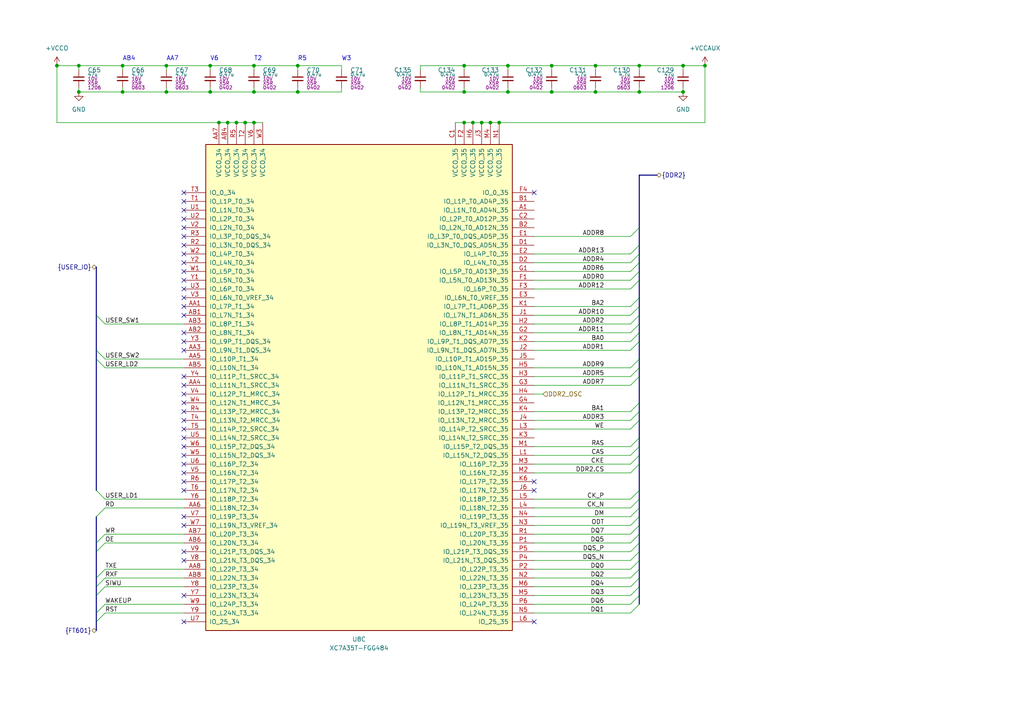
<source format=kicad_sch>
(kicad_sch (version 20230121) (generator eeschema)
  (paper "A4")
  (title_block (title "PCIeDMA") (date "2024-01-01") (rev "1"))
  (bus_alias "USER_IO" (members "USER_SW2" "USER_SW1" "USER_LD2" "USER_LD1"))
  (junction (at 198.12 19.05))
  (junction (at 147.32 19.05))
  (junction (at 172.72 19.05))
  (junction (at 68.58 35.56))
  (junction (at 147.32 26.67))
  (junction (at 134.62 19.05))
  (junction (at 142.24 35.56))
  (junction (at 185.42 19.05))
  (junction (at 16.51 19.05))
  (junction (at 137.16 35.56))
  (junction (at 66.04 35.56))
  (junction (at 204.47 19.05))
  (junction (at 160.02 26.67))
  (junction (at 71.12 35.56))
  (junction (at 48.26 19.05))
  (junction (at 35.56 26.67))
  (junction (at 144.78 35.56))
  (junction (at 86.36 26.67))
  (junction (at 134.62 35.56))
  (junction (at 134.62 26.67))
  (junction (at 198.12 26.67))
  (junction (at 185.42 26.67))
  (junction (at 22.86 19.05))
  (junction (at 139.7 35.56))
  (junction (at 172.72 26.67))
  (junction (at 86.36 19.05))
  (junction (at 73.66 35.56))
  (junction (at 60.96 19.05))
  (junction (at 35.56 19.05))
  (junction (at 22.86 26.67))
  (junction (at 48.26 26.67))
  (junction (at 63.5 35.56))
  (junction (at 60.96 26.67))
  (junction (at 73.66 26.67))
  (junction (at 160.02 19.05))
  (junction (at 73.66 19.05))
  (no_connect (at 53.34 68.58))
  (no_connect (at 53.34 73.66))
  (no_connect (at 53.34 180.34))
  (no_connect (at 53.34 121.92))
  (no_connect (at 53.34 66.04))
  (no_connect (at 154.94 139.7))
  (no_connect (at 53.34 132.08))
  (no_connect (at 53.34 55.88))
  (no_connect (at 53.34 152.4))
  (no_connect (at 53.34 172.72))
  (no_connect (at 53.34 88.9))
  (no_connect (at 53.34 99.06))
  (no_connect (at 53.34 91.44))
  (no_connect (at 53.34 76.2))
  (no_connect (at 53.34 139.7))
  (no_connect (at 53.34 142.24))
  (no_connect (at 53.34 160.02))
  (no_connect (at 53.34 109.22))
  (no_connect (at 53.34 78.74))
  (no_connect (at 154.94 142.24))
  (no_connect (at 53.34 119.38))
  (no_connect (at 53.34 60.96))
  (no_connect (at 53.34 149.86))
  (no_connect (at 53.34 162.56))
  (no_connect (at 53.34 58.42))
  (no_connect (at 53.34 127))
  (no_connect (at 53.34 116.84))
  (no_connect (at 53.34 83.82))
  (no_connect (at 53.34 134.62))
  (no_connect (at 53.34 96.52))
  (no_connect (at 53.34 86.36))
  (no_connect (at 53.34 101.6))
  (no_connect (at 154.94 55.88))
  (no_connect (at 53.34 114.3))
  (no_connect (at 53.34 71.12))
  (no_connect (at 53.34 81.28))
  (no_connect (at 53.34 137.16))
  (no_connect (at 53.34 63.5))
  (no_connect (at 53.34 124.46))
  (no_connect (at 53.34 111.76))
  (no_connect (at 154.94 180.34))
  (no_connect (at 53.34 129.54))
  (bus_entry (at 27.94 149.86) (size 2.54 -2.54))
  (bus_entry (at 182.88 76.2) (size 2.54 -2.54))
  (bus_entry (at 182.88 78.74) (size 2.54 -2.54))
  (bus_entry (at 182.88 124.46) (size 2.54 -2.54))
  (bus_entry (at 27.94 101.6) (size 2.54 2.54))
  (bus_entry (at 182.88 83.82) (size 2.54 -2.54))
  (bus_entry (at 182.88 137.16) (size 2.54 -2.54))
  (bus_entry (at 182.88 175.26) (size 2.54 -2.54))
  (bus_entry (at 182.88 121.92) (size 2.54 -2.54))
  (bus_entry (at 182.88 106.68) (size 2.54 -2.54))
  (bus_entry (at 182.88 144.78) (size 2.54 -2.54))
  (bus_entry (at 182.88 129.54) (size 2.54 -2.54))
  (bus_entry (at 27.94 91.44) (size 2.54 2.54))
  (bus_entry (at 182.88 88.9) (size 2.54 -2.54))
  (bus_entry (at 27.94 170.18) (size 2.54 -2.54))
  (bus_entry (at 27.94 160.02) (size 2.54 -2.54))
  (bus_entry (at 182.88 119.38) (size 2.54 -2.54))
  (bus_entry (at 182.88 177.8) (size 2.54 -2.54))
  (bus_entry (at 182.88 165.1) (size 2.54 -2.54))
  (bus_entry (at 182.88 167.64) (size 2.54 -2.54))
  (bus_entry (at 182.88 81.28) (size 2.54 -2.54))
  (bus_entry (at 27.94 180.34) (size 2.54 -2.54))
  (bus_entry (at 182.88 68.58) (size 2.54 -2.54))
  (bus_entry (at 182.88 149.86) (size 2.54 -2.54))
  (bus_entry (at 182.88 101.6) (size 2.54 -2.54))
  (bus_entry (at 182.88 170.18) (size 2.54 -2.54))
  (bus_entry (at 182.88 160.02) (size 2.54 -2.54))
  (bus_entry (at 182.88 172.72) (size 2.54 -2.54))
  (bus_entry (at 182.88 99.06) (size 2.54 -2.54))
  (bus_entry (at 182.88 162.56) (size 2.54 -2.54))
  (bus_entry (at 27.94 177.8) (size 2.54 -2.54))
  (bus_entry (at 182.88 73.66) (size 2.54 -2.54))
  (bus_entry (at 27.94 104.14) (size 2.54 2.54))
  (bus_entry (at 182.88 111.76) (size 2.54 -2.54))
  (bus_entry (at 27.94 157.48) (size 2.54 -2.54))
  (bus_entry (at 27.94 167.64) (size 2.54 -2.54))
  (bus_entry (at 27.94 172.72) (size 2.54 -2.54))
  (bus_entry (at 27.94 142.24) (size 2.54 2.54))
  (bus_entry (at 182.88 152.4) (size 2.54 -2.54))
  (bus_entry (at 182.88 134.62) (size 2.54 -2.54))
  (bus_entry (at 182.88 96.52) (size 2.54 -2.54))
  (bus_entry (at 182.88 109.22) (size 2.54 -2.54))
  (bus_entry (at 182.88 154.94) (size 2.54 -2.54))
  (bus_entry (at 182.88 147.32) (size 2.54 -2.54))
  (bus_entry (at 182.88 91.44) (size 2.54 -2.54))
  (bus_entry (at 182.88 93.98) (size 2.54 -2.54))
  (bus_entry (at 182.88 157.48) (size 2.54 -2.54))
  (bus_entry (at 182.88 132.08) (size 2.54 -2.54))
  (wire (pts (xy 86.36 26.67) (xy 73.66 26.67)))
  (wire (pts (xy 172.72 19.05) (xy 185.42 19.05)))
  (bus (pts (xy 27.94 91.44) (xy 27.94 101.6)))
  (wire (pts (xy 182.88 78.74) (xy 154.94 78.74)))
  (wire (pts (xy 35.56 26.67) (xy 35.56 25.4)))
  (wire (pts (xy 48.26 26.67) (xy 35.56 26.67)))
  (wire (pts (xy 48.26 19.05) (xy 48.26 20.32)))
  (bus (pts (xy 185.42 127) (xy 185.42 129.54)))
  (bus (pts (xy 27.94 172.72) (xy 27.94 177.8)))
  (wire (pts (xy 30.48 154.94) (xy 53.34 154.94)))
  (wire (pts (xy 154.94 175.26) (xy 182.88 175.26)))
  (wire (pts (xy 182.88 147.32) (xy 154.94 147.32)))
  (bus (pts (xy 185.42 152.4) (xy 185.42 154.94)))
  (wire (pts (xy 185.42 19.05) (xy 198.12 19.05)))
  (bus (pts (xy 27.94 149.86) (xy 27.94 157.48)))
  (wire (pts (xy 185.42 26.67) (xy 198.12 26.67)))
  (bus (pts (xy 27.94 104.14) (xy 27.94 142.24)))
  (wire (pts (xy 30.48 104.14) (xy 53.34 104.14)))
  (wire (pts (xy 99.06 26.67) (xy 86.36 26.67)))
  (wire (pts (xy 154.94 154.94) (xy 182.88 154.94)))
  (wire (pts (xy 16.51 35.56) (xy 63.5 35.56)))
  (wire (pts (xy 73.66 19.05) (xy 73.66 20.32)))
  (wire (pts (xy 71.12 35.56) (xy 73.66 35.56)))
  (wire (pts (xy 48.26 19.05) (xy 60.96 19.05)))
  (wire (pts (xy 121.92 19.05) (xy 121.92 20.32)))
  (wire (pts (xy 137.16 35.56) (xy 139.7 35.56)))
  (bus (pts (xy 185.42 147.32) (xy 185.42 149.86)))
  (wire (pts (xy 182.88 134.62) (xy 154.94 134.62)))
  (bus (pts (xy 190.5 50.8) (xy 185.42 50.8)))
  (wire (pts (xy 30.48 177.8) (xy 53.34 177.8)))
  (wire (pts (xy 134.62 19.05) (xy 121.92 19.05)))
  (bus (pts (xy 185.42 134.62) (xy 185.42 142.24)))
  (bus (pts (xy 185.42 129.54) (xy 185.42 132.08)))
  (wire (pts (xy 154.94 165.1) (xy 182.88 165.1)))
  (wire (pts (xy 60.96 26.67) (xy 60.96 25.4)))
  (wire (pts (xy 134.62 26.67) (xy 134.62 25.4)))
  (wire (pts (xy 182.88 99.06) (xy 154.94 99.06)))
  (wire (pts (xy 99.06 25.4) (xy 99.06 26.67)))
  (bus (pts (xy 185.42 88.9) (xy 185.42 91.44)))
  (bus (pts (xy 185.42 99.06) (xy 185.42 104.14)))
  (wire (pts (xy 22.86 25.4) (xy 22.86 26.67)))
  (wire (pts (xy 182.88 109.22) (xy 154.94 109.22)))
  (wire (pts (xy 48.26 26.67) (xy 48.26 25.4)))
  (bus (pts (xy 185.42 160.02) (xy 185.42 162.56)))
  (wire (pts (xy 35.56 19.05) (xy 35.56 20.32)))
  (bus (pts (xy 185.42 76.2) (xy 185.42 78.74)))
  (wire (pts (xy 182.88 83.82) (xy 154.94 83.82)))
  (wire (pts (xy 73.66 35.56) (xy 76.2 35.56)))
  (wire (pts (xy 86.36 19.05) (xy 86.36 20.32)))
  (bus (pts (xy 185.42 167.64) (xy 185.42 170.18)))
  (bus (pts (xy 185.42 165.1) (xy 185.42 167.64)))
  (wire (pts (xy 182.88 93.98) (xy 154.94 93.98)))
  (wire (pts (xy 198.12 20.32) (xy 198.12 19.05)))
  (wire (pts (xy 198.12 19.05) (xy 204.47 19.05)))
  (bus (pts (xy 185.42 121.92) (xy 185.42 127)))
  (wire (pts (xy 182.88 76.2) (xy 154.94 76.2)))
  (wire (pts (xy 154.94 177.8) (xy 182.88 177.8)))
  (wire (pts (xy 60.96 19.05) (xy 73.66 19.05)))
  (bus (pts (xy 185.42 162.56) (xy 185.42 165.1)))
  (bus (pts (xy 27.94 157.48) (xy 27.94 160.02)))
  (bus (pts (xy 185.42 81.28) (xy 185.42 86.36)))
  (wire (pts (xy 154.94 172.72) (xy 182.88 172.72)))
  (wire (pts (xy 86.36 19.05) (xy 99.06 19.05)))
  (bus (pts (xy 185.42 73.66) (xy 185.42 76.2)))
  (wire (pts (xy 172.72 26.67) (xy 185.42 26.67)))
  (wire (pts (xy 182.88 68.58) (xy 154.94 68.58)))
  (wire (pts (xy 160.02 19.05) (xy 160.02 20.32)))
  (wire (pts (xy 172.72 26.67) (xy 160.02 26.67)))
  (wire (pts (xy 182.88 129.54) (xy 154.94 129.54)))
  (wire (pts (xy 30.48 157.48) (xy 53.34 157.48)))
  (bus (pts (xy 27.94 160.02) (xy 27.94 167.64)))
  (bus (pts (xy 185.42 106.68) (xy 185.42 109.22)))
  (wire (pts (xy 30.48 106.68) (xy 53.34 106.68)))
  (wire (pts (xy 154.94 149.86) (xy 182.88 149.86)))
  (wire (pts (xy 185.42 19.05) (xy 185.42 20.32)))
  (bus (pts (xy 185.42 170.18) (xy 185.42 172.72)))
  (wire (pts (xy 139.7 35.56) (xy 142.24 35.56)))
  (wire (pts (xy 182.88 73.66) (xy 154.94 73.66)))
  (bus (pts (xy 185.42 93.98) (xy 185.42 96.52)))
  (wire (pts (xy 134.62 19.05) (xy 147.32 19.05)))
  (bus (pts (xy 27.94 177.8) (xy 27.94 180.34)))
  (wire (pts (xy 99.06 19.05) (xy 99.06 20.32)))
  (wire (pts (xy 60.96 26.67) (xy 73.66 26.67)))
  (bus (pts (xy 27.94 170.18) (xy 27.94 172.72)))
  (bus (pts (xy 185.42 154.94) (xy 185.42 157.48)))
  (wire (pts (xy 68.58 35.56) (xy 71.12 35.56)))
  (bus (pts (xy 185.42 149.86) (xy 185.42 152.4)))
  (wire (pts (xy 204.47 19.05) (xy 204.47 35.56)))
  (bus (pts (xy 185.42 104.14) (xy 185.42 106.68)))
  (wire (pts (xy 22.86 20.32) (xy 22.86 19.05)))
  (wire (pts (xy 48.26 26.67) (xy 60.96 26.67)))
  (bus (pts (xy 27.94 101.6) (xy 27.94 104.14)))
  (wire (pts (xy 134.62 19.05) (xy 134.62 20.32)))
  (wire (pts (xy 182.88 106.68) (xy 154.94 106.68)))
  (wire (pts (xy 160.02 26.67) (xy 147.32 26.67)))
  (wire (pts (xy 142.24 35.56) (xy 144.78 35.56)))
  (wire (pts (xy 182.88 81.28) (xy 154.94 81.28)))
  (wire (pts (xy 160.02 19.05) (xy 147.32 19.05)))
  (wire (pts (xy 172.72 19.05) (xy 172.72 20.32)))
  (wire (pts (xy 147.32 26.67) (xy 147.32 25.4)))
  (bus (pts (xy 185.42 71.12) (xy 185.42 73.66)))
  (wire (pts (xy 30.48 165.1) (xy 53.34 165.1)))
  (wire (pts (xy 182.88 96.52) (xy 154.94 96.52)))
  (wire (pts (xy 30.48 170.18) (xy 53.34 170.18)))
  (wire (pts (xy 154.94 167.64) (xy 182.88 167.64)))
  (wire (pts (xy 154.94 162.56) (xy 182.88 162.56)))
  (wire (pts (xy 35.56 19.05) (xy 22.86 19.05)))
  (bus (pts (xy 185.42 142.24) (xy 185.42 144.78)))
  (wire (pts (xy 30.48 93.98) (xy 53.34 93.98)))
  (bus (pts (xy 185.42 132.08) (xy 185.42 134.62)))
  (bus (pts (xy 185.42 109.22) (xy 185.42 116.84)))
  (bus (pts (xy 27.94 167.64) (xy 27.94 170.18)))
  (wire (pts (xy 60.96 19.05) (xy 60.96 20.32)))
  (wire (pts (xy 182.88 137.16) (xy 154.94 137.16)))
  (bus (pts (xy 185.42 50.8) (xy 185.42 66.04)))
  (bus (pts (xy 185.42 66.04) (xy 185.42 71.12)))
  (wire (pts (xy 63.5 35.56) (xy 66.04 35.56)))
  (wire (pts (xy 154.94 157.48) (xy 182.88 157.48)))
  (wire (pts (xy 160.02 26.67) (xy 160.02 25.4)))
  (bus (pts (xy 27.94 180.34) (xy 27.94 182.88)))
  (bus (pts (xy 185.42 86.36) (xy 185.42 88.9)))
  (wire (pts (xy 16.51 19.05) (xy 16.51 35.56)))
  (wire (pts (xy 30.48 167.64) (xy 53.34 167.64)))
  (wire (pts (xy 182.88 144.78) (xy 154.94 144.78)))
  (bus (pts (xy 185.42 96.52) (xy 185.42 99.06)))
  (wire (pts (xy 48.26 19.05) (xy 35.56 19.05)))
  (bus (pts (xy 27.94 77.47) (xy 27.94 91.44)))
  (bus (pts (xy 185.42 116.84) (xy 185.42 119.38)))
  (wire (pts (xy 73.66 26.67) (xy 73.66 25.4)))
  (wire (pts (xy 182.88 91.44) (xy 154.94 91.44)))
  (wire (pts (xy 185.42 26.67) (xy 185.42 25.4)))
  (wire (pts (xy 154.94 160.02) (xy 182.88 160.02)))
  (wire (pts (xy 66.04 35.56) (xy 68.58 35.56)))
  (wire (pts (xy 121.92 26.67) (xy 134.62 26.67)))
  (wire (pts (xy 35.56 26.67) (xy 22.86 26.67)))
  (wire (pts (xy 182.88 121.92) (xy 154.94 121.92)))
  (wire (pts (xy 182.88 132.08) (xy 154.94 132.08)))
  (wire (pts (xy 182.88 152.4) (xy 154.94 152.4)))
  (wire (pts (xy 134.62 26.67) (xy 147.32 26.67)))
  (wire (pts (xy 182.88 111.76) (xy 154.94 111.76)))
  (wire (pts (xy 134.62 35.56) (xy 137.16 35.56)))
  (wire (pts (xy 144.78 35.56) (xy 204.47 35.56)))
  (wire (pts (xy 86.36 19.05) (xy 73.66 19.05)))
  (bus (pts (xy 185.42 119.38) (xy 185.42 121.92)))
  (wire (pts (xy 30.48 175.26) (xy 53.34 175.26)))
  (wire (pts (xy 182.88 101.6) (xy 154.94 101.6)))
  (bus (pts (xy 185.42 172.72) (xy 185.42 175.26)))
  (wire (pts (xy 157.48 114.3) (xy 154.94 114.3)))
  (wire (pts (xy 30.48 144.78) (xy 53.34 144.78)))
  (bus (pts (xy 185.42 78.74) (xy 185.42 81.28)))
  (wire (pts (xy 172.72 19.05) (xy 160.02 19.05)))
  (wire (pts (xy 147.32 19.05) (xy 147.32 20.32)))
  (bus (pts (xy 185.42 157.48) (xy 185.42 160.02)))
  (bus (pts (xy 185.42 144.78) (xy 185.42 147.32)))
  (wire (pts (xy 182.88 124.46) (xy 154.94 124.46)))
  (wire (pts (xy 30.48 147.32) (xy 53.34 147.32)))
  (wire (pts (xy 172.72 26.67) (xy 172.72 25.4)))
  (wire (pts (xy 154.94 170.18) (xy 182.88 170.18)))
  (wire (pts (xy 182.88 119.38) (xy 154.94 119.38)))
  (wire (pts (xy 198.12 25.4) (xy 198.12 26.67)))
  (bus (pts (xy 185.42 91.44) (xy 185.42 93.98)))
  (wire (pts (xy 182.88 88.9) (xy 154.94 88.9)))
  (wire (pts (xy 121.92 25.4) (xy 121.92 26.67)))
  (wire (pts (xy 132.08 35.56) (xy 134.62 35.56)))
  (wire (pts (xy 86.36 26.67) (xy 86.36 25.4)))
  (wire (pts (xy 22.86 19.05) (xy 16.51 19.05)))
  (text "R5" (at 86.36 17.78 0) (effects (font (size 1.27 1.27)) (justify left bottom)))
  (text "V6" (at 60.96 17.78 0) (effects (font (size 1.27 1.27)) (justify left bottom)))
  (text "AB4" (at 35.56 17.78 0) (effects (font (size 1.27 1.27)) (justify left bottom)))
  (text "W3" (at 99.06 17.78 0) (effects (font (size 1.27 1.27)) (justify left bottom)))
  (text "AA7" (at 48.26 17.78 0) (effects (font (size 1.27 1.27)) (justify left bottom)))
  (text "T2" (at 73.66 17.78 0) (effects (font (size 1.27 1.27)) (justify left bottom)))
  (label "ADDR7" (at 175.26 111.76 180))
  (label "ADDR2" (at 175.26 93.98 180))
  (label "WAKEUP" (at 30.48 175.26 0))
  (label "TXE" (at 30.48 165.1 0))
  (label "DQ6" (at 175.26 175.26 180))
  (label "RXF" (at 30.48 167.64 0))
  (label "CAS" (at 175.26 132.08 180))
  (label "BA2" (at 175.26 88.9 180))
  (label "ADDR3" (at 175.26 121.92 180))
  (label "DQ0" (at 175.26 165.1 180))
  (label "DQ2" (at 175.26 167.64 180))
  (label "USER_LD1" (at 30.48 144.78 0))
  (label "BA1" (at 175.26 119.38 180))
  (label "CKE" (at 175.26 134.62 180))
  (label "RAS" (at 175.26 129.54 180))
  (label "DQ5" (at 175.26 157.48 180))
  (label "DQ4" (at 175.26 170.18 180))
  (label "SIWU" (at 30.48 170.18 0))
  (label "ADDR10" (at 175.26 91.44 180))
  (label "ADDR11" (at 175.26 96.52 180))
  (label "ADDR0" (at 175.26 81.28 180))
  (label "ADDR13" (at 175.26 73.66 180))
  (label "RST" (at 30.48 177.8 0))
  (label "ADDR1" (at 175.26 101.6 180))
  (label "USER_LD2" (at 30.48 106.68 0))
  (label "CK_N" (at 175.26 147.32 180))
  (label "WE" (at 175.26 124.46 180))
  (label "CK_P" (at 175.26 144.78 180))
  (label "ADDR8" (at 175.26 68.58 180))
  (label "ADDR5" (at 175.26 109.22 180))
  (label "DDR2.CS" (at 175.26 137.16 180))
  (label "DM" (at 175.26 149.86 180))
  (label "DQS_N" (at 175.26 162.56 180))
  (label "ADDR4" (at 175.26 76.2 180))
  (label "DQ7" (at 175.26 154.94 180))
  (label "WR" (at 30.48 154.94 0))
  (label "ADDR9" (at 175.26 106.68 180))
  (label "ADDR12" (at 175.26 83.82 180))
  (label "OE" (at 30.48 157.48 0))
  (label "RD" (at 30.48 147.32 0))
  (label "ODT" (at 175.26 152.4 180))
  (label "DQ1" (at 175.26 177.8 180))
  (label "DQ3" (at 175.26 172.72 180))
  (label "DQS_P" (at 175.26 160.02 180))
  (label "USER_SW2" (at 30.48 104.14 0))
  (label "BA0" (at 175.26 99.06 180))
  (label "ADDR6" (at 175.26 78.74 180))
  (label "USER_SW1" (at 30.48 93.98 0))
  (hierarchical_label "{USER_IO}" (shape bidirectional) (at 27.94 77.47 180))
  (hierarchical_label "{FT601}" (shape bidirectional) (at 27.94 182.88 180))
  (hierarchical_label "DDR2_OSC" (shape input) (at 157.48 114.3 0))
  (hierarchical_label "{DDR2}" (shape bidirectional) (at 190.5 50.8 0))
  (symbol (lib_id "Device:C_Small") (at 198.12 22.86 0) (mirror y) (unit 1)
    (property "Reference" "C129" (at 195.58 20.32 0) (effects (justify left)))
    (property "Value" "47u" (at 195.58 21.59 0) (effects (font (size 1 1)) (justify left)))
    (property "Footprint" "Capacitor_SMD:C_1206_3216Metric" (effects hide))
    (property "Rating" "10V" (at 195.58 22.86 0) (effects (font (size 1 1)) (justify left)))
    (property "Class" "X5R" (at 195.58 24.13 0) (effects (font (size 1 1)) (justify left)))
    (property "Size" "1206" (at 195.58 25.4 0) (effects (font (size 1 1)) (justify left)))
  )
  (symbol (lib_id "Device:C_Small") (at 60.96 22.86 0) (unit 1)
    (property "Reference" "C68" (at 63.5 20.32 0) (effects (justify left)))
    (property "Value" "0.47u" (at 63.5 21.59 0) (effects (font (size 1 1)) (justify left)))
    (property "Footprint" "Capacitor_SMD:C_0402_1005Metric" (effects hide))
    (property "Rating" "10V" (at 63.5 22.86 0) (effects (font (size 1 1)) (justify left)))
    (property "Class" "X5R" (at 63.5 24.13 0) (effects (font (size 1 1)) (justify left)))
    (property "Size" "0402" (at 63.5 25.4 0) (effects (font (size 1 1)) (justify left)))
  )
  (symbol (lib_id "Device:C_Small") (at 147.32 22.86 0) (mirror y) (unit 1)
    (property "Reference" "C133" (at 144.78 20.32 0) (effects (justify left)))
    (property "Value" "0.47u" (at 144.78 21.59 0) (effects (font (size 1 1)) (justify left)))
    (property "Footprint" "Capacitor_SMD:C_0402_1005Metric" (effects hide))
    (property "Rating" "10V" (at 144.78 22.86 0) (effects (font (size 1 1)) (justify left)))
    (property "Class" "X5R" (at 144.78 24.13 0) (effects (font (size 1 1)) (justify left)))
    (property "Size" "0402" (at 144.78 25.4 0) (effects (font (size 1 1)) (justify left)))
  )
  (symbol (lib_id "Device:C_Small") (at 48.26 22.86 0) (unit 1)
    (property "Reference" "C67" (at 50.8 20.32 0) (effects (justify left)))
    (property "Value" "4.7u" (at 50.8 21.59 0) (effects (font (size 1 1)) (justify left)))
    (property "Footprint" "Capacitor_SMD:C_0603_1608Metric" (effects hide))
    (property "Rating" "16V" (at 50.8 22.86 0) (effects (font (size 1 1)) (justify left)))
    (property "Class" "X5R" (at 50.8 24.13 0) (effects (font (size 1 1)) (justify left)))
    (property "Size" "0603" (at 50.8 25.4 0) (effects (font (size 1 1)) (justify left)))
  )
  (symbol (lib_id "Device:C_Small") (at 73.66 22.86 0) (unit 1)
    (property "Reference" "C69" (at 76.2 20.32 0) (effects (justify left)))
    (property "Value" "0.47u" (at 76.2 21.59 0) (effects (font (size 1 1)) (justify left)))
    (property "Footprint" "Capacitor_SMD:C_0402_1005Metric" (effects hide))
    (property "Rating" "10V" (at 76.2 22.86 0) (effects (font (size 1 1)) (justify left)))
    (property "Class" "X5R" (at 76.2 24.13 0) (effects (font (size 1 1)) (justify left)))
    (property "Size" "0402" (at 76.2 25.4 0) (effects (font (size 1 1)) (justify left)))
  )
  (symbol (lib_id "power:GND") (at 22.86 26.67 0) (unit 1)
    (property "Reference" "#PWR082" (effects hide))
    (property "Value" "GND" (at 22.86 31.75 0))
  )
  (symbol (lib_id "Device:C_Small") (at 134.62 22.86 0) (mirror y) (unit 1)
    (property "Reference" "C134" (at 132.08 20.32 0) (effects (justify left)))
    (property "Value" "0.47u" (at 132.08 21.59 0) (effects (font (size 1 1)) (justify left)))
    (property "Footprint" "Capacitor_SMD:C_0402_1005Metric" (effects hide))
    (property "Rating" "10V" (at 132.08 22.86 0) (effects (font (size 1 1)) (justify left)))
    (property "Class" "X5R" (at 132.08 24.13 0) (effects (font (size 1 1)) (justify left)))
    (property "Size" "0402" (at 132.08 25.4 0) (effects (font (size 1 1)) (justify left)))
  )
  (symbol (lib_id "Device:C_Small") (at 121.92 22.86 0) (mirror y) (unit 1)
    (property "Reference" "C135" (at 119.38 20.32 0) (effects (justify left)))
    (property "Value" "0.47u" (at 119.38 21.59 0) (effects (font (size 1 1)) (justify left)))
    (property "Footprint" "Capacitor_SMD:C_0402_1005Metric" (effects hide))
    (property "Rating" "10V" (at 119.38 22.86 0) (effects (font (size 1 1)) (justify left)))
    (property "Class" "X5R" (at 119.38 24.13 0) (effects (font (size 1 1)) (justify left)))
    (property "Size" "0402" (at 119.38 25.4 0) (effects (font (size 1 1)) (justify left)))
  )
  (symbol (lib_id "Device:C_Small") (at 185.42 22.86 0) (mirror y) (unit 1)
    (property "Reference" "C130" (at 182.88 20.32 0) (effects (justify left)))
    (property "Value" "4.7u" (at 182.88 21.59 0) (effects (font (size 1 1)) (justify left)))
    (property "Footprint" "Capacitor_SMD:C_0603_1608Metric" (effects hide))
    (property "Rating" "16V" (at 182.88 22.86 0) (effects (font (size 1 1)) (justify left)))
    (property "Class" "X5R" (at 182.88 24.13 0) (effects (font (size 1 1)) (justify left)))
    (property "Size" "0603" (at 182.88 25.4 0) (effects (font (size 1 1)) (justify left)))
  )
  (symbol (lib_id "FPGA_Xilinx_Artix7:XC7A35T-FGG484") (at 104.14 109.22 0) (unit 3)
    (property "Reference" "U8" (at 104.14 185.42 0))
    (property "Value" "XC7A35T-FGG484" (at 104.14 187.96 0))
    (property "Footprint" "Package_BGA:Xilinx_FGG484" (effects hide))
  )
  (symbol (lib_id "Device:C_Small") (at 172.72 22.86 0) (mirror y) (unit 1)
    (property "Reference" "C131" (at 170.18 20.32 0) (effects (justify left)))
    (property "Value" "4.7u" (at 170.18 21.59 0) (effects (font (size 1 1)) (justify left)))
    (property "Footprint" "Capacitor_SMD:C_0603_1608Metric" (effects hide))
    (property "Rating" "16V" (at 170.18 22.86 0) (effects (font (size 1 1)) (justify left)))
    (property "Class" "X5R" (at 170.18 24.13 0) (effects (font (size 1 1)) (justify left)))
    (property "Size" "0603" (at 170.18 25.4 0) (effects (font (size 1 1)) (justify left)))
  )
  (symbol (lib_id "Device:C_Small") (at 160.02 22.86 0) (mirror y) (unit 1)
    (property "Reference" "C132" (at 157.48 20.32 0) (effects (justify left)))
    (property "Value" "0.47u" (at 157.48 21.59 0) (effects (font (size 1 1)) (justify left)))
    (property "Footprint" "Capacitor_SMD:C_0402_1005Metric" (effects hide))
    (property "Rating" "10V" (at 157.48 22.86 0) (effects (font (size 1 1)) (justify left)))
    (property "Class" "X5R" (at 157.48 24.13 0) (effects (font (size 1 1)) (justify left)))
    (property "Size" "0402" (at 157.48 25.4 0) (effects (font (size 1 1)) (justify left)))
  )
  (symbol (lib_id "Device:C_Small") (at 22.86 22.86 0) (unit 1)
    (property "Reference" "C65" (at 25.4 20.32 0) (effects (justify left)))
    (property "Value" "47u" (at 25.4 21.59 0) (effects (font (size 1 1)) (justify left)))
    (property "Footprint" "Capacitor_SMD:C_1206_3216Metric" (effects hide))
    (property "Rating" "10V" (at 25.4 22.86 0) (effects (font (size 1 1)) (justify left)))
    (property "Class" "X5R" (at 25.4 24.13 0) (effects (font (size 1 1)) (justify left)))
    (property "Size" "1206" (at 25.4 25.4 0) (effects (font (size 1 1)) (justify left)))
  )
  (symbol (lib_id "Device:C_Small") (at 35.56 22.86 0) (unit 1)
    (property "Reference" "C66" (at 38.1 20.32 0) (effects (justify left)))
    (property "Value" "4.7u" (at 38.1 21.59 0) (effects (font (size 1 1)) (justify left)))
    (property "Footprint" "Capacitor_SMD:C_0603_1608Metric" (effects hide))
    (property "Rating" "16V" (at 38.1 22.86 0) (effects (font (size 1 1)) (justify left)))
    (property "Class" "X5R" (at 38.1 24.13 0) (effects (font (size 1 1)) (justify left)))
    (property "Size" "0603" (at 38.1 25.4 0) (effects (font (size 1 1)) (justify left)))
  )
  (symbol (lib_id "PCIeDMA:+VCCO") (at 16.51 19.05 0) (unit 1)
    (property "Reference" "#PWR081" (effects hide))
    (property "Value" "+VCCO" (at 16.51 13.97 0))
  )
  (symbol (lib_id "Device:C_Small") (at 86.36 22.86 0) (unit 1)
    (property "Reference" "C70" (at 88.9 20.32 0) (effects (justify left)))
    (property "Value" "0.47u" (at 88.9 21.59 0) (effects (font (size 1 1)) (justify left)))
    (property "Footprint" "Capacitor_SMD:C_0402_1005Metric" (effects hide))
    (property "Rating" "10V" (at 88.9 22.86 0) (effects (font (size 1 1)) (justify left)))
    (property "Class" "X5R" (at 88.9 24.13 0) (effects (font (size 1 1)) (justify left)))
    (property "Size" "0402" (at 88.9 25.4 0) (effects (font (size 1 1)) (justify left)))
  )
  (symbol (lib_id "PCIeDMA:+VCCAUX") (at 204.47 19.05 0) (unit 1)
    (property "Reference" "#PWR0178" (effects hide))
    (property "Value" "+VCCAUX" (at 204.47 13.97 0))
  )
  (symbol (lib_id "power:GND") (at 198.12 26.67 0) (mirror y) (unit 1)
    (property "Reference" "#PWR0179" (effects hide))
    (property "Value" "GND" (at 198.12 31.75 0))
  )
  (symbol (lib_id "Device:C_Small") (at 99.06 22.86 0) (unit 1)
    (property "Reference" "C71" (at 101.6 20.32 0) (effects (justify left)))
    (property "Value" "0.47u" (at 101.6 21.59 0) (effects (font (size 1 1)) (justify left)))
    (property "Footprint" "Capacitor_SMD:C_0402_1005Metric" (effects hide))
    (property "Rating" "10V" (at 101.6 22.86 0) (effects (font (size 1 1)) (justify left)))
    (property "Class" "X5R" (at 101.6 24.13 0) (effects (font (size 1 1)) (justify left)))
    (property "Size" "0402" (at 101.6 25.4 0) (effects (font (size 1 1)) (justify left)))
  )
)
</source>
